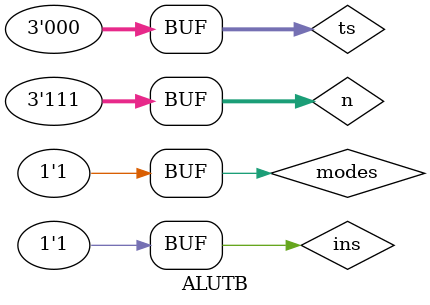
<source format=v>
`timescale 1ns/1ns

module ALUTB ();

reg modes = 0, ins = 0;
reg [2:0] n = 3'b111, ts = 3'b011;

wire lt;
wire [2:0] dec;
Alu UUT(n, ts, ins, modes, dec, lt);

initial begin
    #20 ts = 3'b0;    
    #20 ins = 1;
    #20 modes = 1'b1;
end
    
endmodule
</source>
